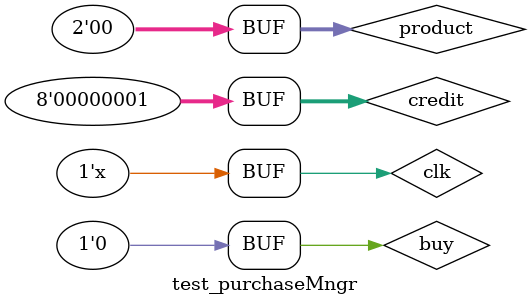
<source format=v>

module test_purchaseMngr;

	reg clk, buy;
	reg [1:0] product;
	reg [7:0] credit;
	wire apple, banana, carrot, date, error;
	
	purchaseMngr t1(clk, buy, product, credit, apple, banana, carrot, date, error);

	initial begin

		clk = 1;
		credit = 8'b11111111; //Credit is $2.55
		buy = 1;
		product = 2'b00; //Buy an apple

		#10
		buy = 1;
		product = 2'b01; //Buy a banana

		#10
		buy = 1;
		product = 2'b10; //Buy an carrot

		#10
		buy = 1;
		product = 2'b11; //Buy a date

		//Here credit should be $2.55 - $1.65 = $0.90

		//Test for error

		#10
		credit = 8'b00000001; //Credit is $0.01
		buy = 1;
		product = 2'b00; //Buy an apple

		#10
		buy = 0;

	end

	always begin
      #5 clk = ~clk;
    end
endmodule
</source>
